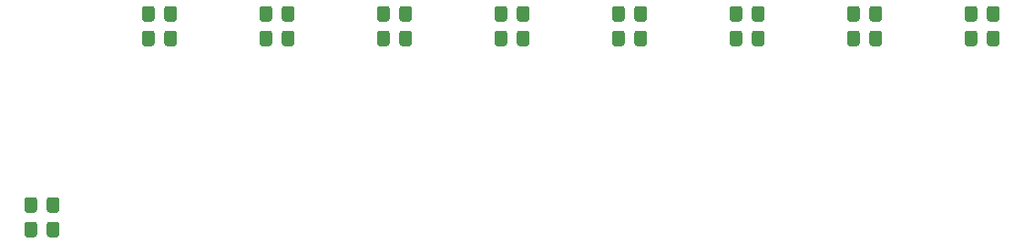
<source format=gbp>
G04 #@! TF.GenerationSoftware,KiCad,Pcbnew,(5.1.9-0-10_14)*
G04 #@! TF.CreationDate,2021-06-10T12:38:53+02:00*
G04 #@! TF.ProjectId,video_memory,76696465-6f5f-46d6-956d-6f72792e6b69,rev?*
G04 #@! TF.SameCoordinates,Original*
G04 #@! TF.FileFunction,Paste,Bot*
G04 #@! TF.FilePolarity,Positive*
%FSLAX46Y46*%
G04 Gerber Fmt 4.6, Leading zero omitted, Abs format (unit mm)*
G04 Created by KiCad (PCBNEW (5.1.9-0-10_14)) date 2021-06-10 12:38:53*
%MOMM*%
%LPD*%
G01*
G04 APERTURE LIST*
G04 APERTURE END LIST*
G36*
G01*
X168968000Y-87663000D02*
X168968000Y-88613000D01*
G75*
G02*
X168718000Y-88863000I-250000J0D01*
G01*
X168043000Y-88863000D01*
G75*
G02*
X167793000Y-88613000I0J250000D01*
G01*
X167793000Y-87663000D01*
G75*
G02*
X168043000Y-87413000I250000J0D01*
G01*
X168718000Y-87413000D01*
G75*
G02*
X168968000Y-87663000I0J-250000D01*
G01*
G37*
G36*
G01*
X171043000Y-87663000D02*
X171043000Y-88613000D01*
G75*
G02*
X170793000Y-88863000I-250000J0D01*
G01*
X170118000Y-88863000D01*
G75*
G02*
X169868000Y-88613000I0J250000D01*
G01*
X169868000Y-87663000D01*
G75*
G02*
X170118000Y-87413000I250000J0D01*
G01*
X170793000Y-87413000D01*
G75*
G02*
X171043000Y-87663000I0J-250000D01*
G01*
G37*
G36*
G01*
X158046000Y-87663000D02*
X158046000Y-88613000D01*
G75*
G02*
X157796000Y-88863000I-250000J0D01*
G01*
X157121000Y-88863000D01*
G75*
G02*
X156871000Y-88613000I0J250000D01*
G01*
X156871000Y-87663000D01*
G75*
G02*
X157121000Y-87413000I250000J0D01*
G01*
X157796000Y-87413000D01*
G75*
G02*
X158046000Y-87663000I0J-250000D01*
G01*
G37*
G36*
G01*
X160121000Y-87663000D02*
X160121000Y-88613000D01*
G75*
G02*
X159871000Y-88863000I-250000J0D01*
G01*
X159196000Y-88863000D01*
G75*
G02*
X158946000Y-88613000I0J250000D01*
G01*
X158946000Y-87663000D01*
G75*
G02*
X159196000Y-87413000I250000J0D01*
G01*
X159871000Y-87413000D01*
G75*
G02*
X160121000Y-87663000I0J-250000D01*
G01*
G37*
G36*
G01*
X147124000Y-87663000D02*
X147124000Y-88613000D01*
G75*
G02*
X146874000Y-88863000I-250000J0D01*
G01*
X146199000Y-88863000D01*
G75*
G02*
X145949000Y-88613000I0J250000D01*
G01*
X145949000Y-87663000D01*
G75*
G02*
X146199000Y-87413000I250000J0D01*
G01*
X146874000Y-87413000D01*
G75*
G02*
X147124000Y-87663000I0J-250000D01*
G01*
G37*
G36*
G01*
X149199000Y-87663000D02*
X149199000Y-88613000D01*
G75*
G02*
X148949000Y-88863000I-250000J0D01*
G01*
X148274000Y-88863000D01*
G75*
G02*
X148024000Y-88613000I0J250000D01*
G01*
X148024000Y-87663000D01*
G75*
G02*
X148274000Y-87413000I250000J0D01*
G01*
X148949000Y-87413000D01*
G75*
G02*
X149199000Y-87663000I0J-250000D01*
G01*
G37*
G36*
G01*
X136202000Y-87663000D02*
X136202000Y-88613000D01*
G75*
G02*
X135952000Y-88863000I-250000J0D01*
G01*
X135277000Y-88863000D01*
G75*
G02*
X135027000Y-88613000I0J250000D01*
G01*
X135027000Y-87663000D01*
G75*
G02*
X135277000Y-87413000I250000J0D01*
G01*
X135952000Y-87413000D01*
G75*
G02*
X136202000Y-87663000I0J-250000D01*
G01*
G37*
G36*
G01*
X138277000Y-87663000D02*
X138277000Y-88613000D01*
G75*
G02*
X138027000Y-88863000I-250000J0D01*
G01*
X137352000Y-88863000D01*
G75*
G02*
X137102000Y-88613000I0J250000D01*
G01*
X137102000Y-87663000D01*
G75*
G02*
X137352000Y-87413000I250000J0D01*
G01*
X138027000Y-87413000D01*
G75*
G02*
X138277000Y-87663000I0J-250000D01*
G01*
G37*
G36*
G01*
X125280000Y-87663000D02*
X125280000Y-88613000D01*
G75*
G02*
X125030000Y-88863000I-250000J0D01*
G01*
X124355000Y-88863000D01*
G75*
G02*
X124105000Y-88613000I0J250000D01*
G01*
X124105000Y-87663000D01*
G75*
G02*
X124355000Y-87413000I250000J0D01*
G01*
X125030000Y-87413000D01*
G75*
G02*
X125280000Y-87663000I0J-250000D01*
G01*
G37*
G36*
G01*
X127355000Y-87663000D02*
X127355000Y-88613000D01*
G75*
G02*
X127105000Y-88863000I-250000J0D01*
G01*
X126430000Y-88863000D01*
G75*
G02*
X126180000Y-88613000I0J250000D01*
G01*
X126180000Y-87663000D01*
G75*
G02*
X126430000Y-87413000I250000J0D01*
G01*
X127105000Y-87413000D01*
G75*
G02*
X127355000Y-87663000I0J-250000D01*
G01*
G37*
G36*
G01*
X114358000Y-87663000D02*
X114358000Y-88613000D01*
G75*
G02*
X114108000Y-88863000I-250000J0D01*
G01*
X113433000Y-88863000D01*
G75*
G02*
X113183000Y-88613000I0J250000D01*
G01*
X113183000Y-87663000D01*
G75*
G02*
X113433000Y-87413000I250000J0D01*
G01*
X114108000Y-87413000D01*
G75*
G02*
X114358000Y-87663000I0J-250000D01*
G01*
G37*
G36*
G01*
X116433000Y-87663000D02*
X116433000Y-88613000D01*
G75*
G02*
X116183000Y-88863000I-250000J0D01*
G01*
X115508000Y-88863000D01*
G75*
G02*
X115258000Y-88613000I0J250000D01*
G01*
X115258000Y-87663000D01*
G75*
G02*
X115508000Y-87413000I250000J0D01*
G01*
X116183000Y-87413000D01*
G75*
G02*
X116433000Y-87663000I0J-250000D01*
G01*
G37*
G36*
G01*
X103436000Y-87663000D02*
X103436000Y-88613000D01*
G75*
G02*
X103186000Y-88863000I-250000J0D01*
G01*
X102511000Y-88863000D01*
G75*
G02*
X102261000Y-88613000I0J250000D01*
G01*
X102261000Y-87663000D01*
G75*
G02*
X102511000Y-87413000I250000J0D01*
G01*
X103186000Y-87413000D01*
G75*
G02*
X103436000Y-87663000I0J-250000D01*
G01*
G37*
G36*
G01*
X105511000Y-87663000D02*
X105511000Y-88613000D01*
G75*
G02*
X105261000Y-88863000I-250000J0D01*
G01*
X104586000Y-88863000D01*
G75*
G02*
X104336000Y-88613000I0J250000D01*
G01*
X104336000Y-87663000D01*
G75*
G02*
X104586000Y-87413000I250000J0D01*
G01*
X105261000Y-87413000D01*
G75*
G02*
X105511000Y-87663000I0J-250000D01*
G01*
G37*
G36*
G01*
X92514000Y-87663000D02*
X92514000Y-88613000D01*
G75*
G02*
X92264000Y-88863000I-250000J0D01*
G01*
X91589000Y-88863000D01*
G75*
G02*
X91339000Y-88613000I0J250000D01*
G01*
X91339000Y-87663000D01*
G75*
G02*
X91589000Y-87413000I250000J0D01*
G01*
X92264000Y-87413000D01*
G75*
G02*
X92514000Y-87663000I0J-250000D01*
G01*
G37*
G36*
G01*
X94589000Y-87663000D02*
X94589000Y-88613000D01*
G75*
G02*
X94339000Y-88863000I-250000J0D01*
G01*
X93664000Y-88863000D01*
G75*
G02*
X93414000Y-88613000I0J250000D01*
G01*
X93414000Y-87663000D01*
G75*
G02*
X93664000Y-87413000I250000J0D01*
G01*
X94339000Y-87413000D01*
G75*
G02*
X94589000Y-87663000I0J-250000D01*
G01*
G37*
G36*
G01*
X81592000Y-105443000D02*
X81592000Y-106393000D01*
G75*
G02*
X81342000Y-106643000I-250000J0D01*
G01*
X80667000Y-106643000D01*
G75*
G02*
X80417000Y-106393000I0J250000D01*
G01*
X80417000Y-105443000D01*
G75*
G02*
X80667000Y-105193000I250000J0D01*
G01*
X81342000Y-105193000D01*
G75*
G02*
X81592000Y-105443000I0J-250000D01*
G01*
G37*
G36*
G01*
X83667000Y-105443000D02*
X83667000Y-106393000D01*
G75*
G02*
X83417000Y-106643000I-250000J0D01*
G01*
X82742000Y-106643000D01*
G75*
G02*
X82492000Y-106393000I0J250000D01*
G01*
X82492000Y-105443000D01*
G75*
G02*
X82742000Y-105193000I250000J0D01*
G01*
X83417000Y-105193000D01*
G75*
G02*
X83667000Y-105443000I0J-250000D01*
G01*
G37*
G36*
G01*
X168968000Y-85377000D02*
X168968000Y-86327000D01*
G75*
G02*
X168718000Y-86577000I-250000J0D01*
G01*
X168043000Y-86577000D01*
G75*
G02*
X167793000Y-86327000I0J250000D01*
G01*
X167793000Y-85377000D01*
G75*
G02*
X168043000Y-85127000I250000J0D01*
G01*
X168718000Y-85127000D01*
G75*
G02*
X168968000Y-85377000I0J-250000D01*
G01*
G37*
G36*
G01*
X171043000Y-85377000D02*
X171043000Y-86327000D01*
G75*
G02*
X170793000Y-86577000I-250000J0D01*
G01*
X170118000Y-86577000D01*
G75*
G02*
X169868000Y-86327000I0J250000D01*
G01*
X169868000Y-85377000D01*
G75*
G02*
X170118000Y-85127000I250000J0D01*
G01*
X170793000Y-85127000D01*
G75*
G02*
X171043000Y-85377000I0J-250000D01*
G01*
G37*
G36*
G01*
X158046000Y-85377000D02*
X158046000Y-86327000D01*
G75*
G02*
X157796000Y-86577000I-250000J0D01*
G01*
X157121000Y-86577000D01*
G75*
G02*
X156871000Y-86327000I0J250000D01*
G01*
X156871000Y-85377000D01*
G75*
G02*
X157121000Y-85127000I250000J0D01*
G01*
X157796000Y-85127000D01*
G75*
G02*
X158046000Y-85377000I0J-250000D01*
G01*
G37*
G36*
G01*
X160121000Y-85377000D02*
X160121000Y-86327000D01*
G75*
G02*
X159871000Y-86577000I-250000J0D01*
G01*
X159196000Y-86577000D01*
G75*
G02*
X158946000Y-86327000I0J250000D01*
G01*
X158946000Y-85377000D01*
G75*
G02*
X159196000Y-85127000I250000J0D01*
G01*
X159871000Y-85127000D01*
G75*
G02*
X160121000Y-85377000I0J-250000D01*
G01*
G37*
G36*
G01*
X147124000Y-85377000D02*
X147124000Y-86327000D01*
G75*
G02*
X146874000Y-86577000I-250000J0D01*
G01*
X146199000Y-86577000D01*
G75*
G02*
X145949000Y-86327000I0J250000D01*
G01*
X145949000Y-85377000D01*
G75*
G02*
X146199000Y-85127000I250000J0D01*
G01*
X146874000Y-85127000D01*
G75*
G02*
X147124000Y-85377000I0J-250000D01*
G01*
G37*
G36*
G01*
X149199000Y-85377000D02*
X149199000Y-86327000D01*
G75*
G02*
X148949000Y-86577000I-250000J0D01*
G01*
X148274000Y-86577000D01*
G75*
G02*
X148024000Y-86327000I0J250000D01*
G01*
X148024000Y-85377000D01*
G75*
G02*
X148274000Y-85127000I250000J0D01*
G01*
X148949000Y-85127000D01*
G75*
G02*
X149199000Y-85377000I0J-250000D01*
G01*
G37*
G36*
G01*
X136202000Y-85377000D02*
X136202000Y-86327000D01*
G75*
G02*
X135952000Y-86577000I-250000J0D01*
G01*
X135277000Y-86577000D01*
G75*
G02*
X135027000Y-86327000I0J250000D01*
G01*
X135027000Y-85377000D01*
G75*
G02*
X135277000Y-85127000I250000J0D01*
G01*
X135952000Y-85127000D01*
G75*
G02*
X136202000Y-85377000I0J-250000D01*
G01*
G37*
G36*
G01*
X138277000Y-85377000D02*
X138277000Y-86327000D01*
G75*
G02*
X138027000Y-86577000I-250000J0D01*
G01*
X137352000Y-86577000D01*
G75*
G02*
X137102000Y-86327000I0J250000D01*
G01*
X137102000Y-85377000D01*
G75*
G02*
X137352000Y-85127000I250000J0D01*
G01*
X138027000Y-85127000D01*
G75*
G02*
X138277000Y-85377000I0J-250000D01*
G01*
G37*
G36*
G01*
X125280000Y-85377000D02*
X125280000Y-86327000D01*
G75*
G02*
X125030000Y-86577000I-250000J0D01*
G01*
X124355000Y-86577000D01*
G75*
G02*
X124105000Y-86327000I0J250000D01*
G01*
X124105000Y-85377000D01*
G75*
G02*
X124355000Y-85127000I250000J0D01*
G01*
X125030000Y-85127000D01*
G75*
G02*
X125280000Y-85377000I0J-250000D01*
G01*
G37*
G36*
G01*
X127355000Y-85377000D02*
X127355000Y-86327000D01*
G75*
G02*
X127105000Y-86577000I-250000J0D01*
G01*
X126430000Y-86577000D01*
G75*
G02*
X126180000Y-86327000I0J250000D01*
G01*
X126180000Y-85377000D01*
G75*
G02*
X126430000Y-85127000I250000J0D01*
G01*
X127105000Y-85127000D01*
G75*
G02*
X127355000Y-85377000I0J-250000D01*
G01*
G37*
G36*
G01*
X114358000Y-85377000D02*
X114358000Y-86327000D01*
G75*
G02*
X114108000Y-86577000I-250000J0D01*
G01*
X113433000Y-86577000D01*
G75*
G02*
X113183000Y-86327000I0J250000D01*
G01*
X113183000Y-85377000D01*
G75*
G02*
X113433000Y-85127000I250000J0D01*
G01*
X114108000Y-85127000D01*
G75*
G02*
X114358000Y-85377000I0J-250000D01*
G01*
G37*
G36*
G01*
X116433000Y-85377000D02*
X116433000Y-86327000D01*
G75*
G02*
X116183000Y-86577000I-250000J0D01*
G01*
X115508000Y-86577000D01*
G75*
G02*
X115258000Y-86327000I0J250000D01*
G01*
X115258000Y-85377000D01*
G75*
G02*
X115508000Y-85127000I250000J0D01*
G01*
X116183000Y-85127000D01*
G75*
G02*
X116433000Y-85377000I0J-250000D01*
G01*
G37*
G36*
G01*
X103436000Y-85377000D02*
X103436000Y-86327000D01*
G75*
G02*
X103186000Y-86577000I-250000J0D01*
G01*
X102511000Y-86577000D01*
G75*
G02*
X102261000Y-86327000I0J250000D01*
G01*
X102261000Y-85377000D01*
G75*
G02*
X102511000Y-85127000I250000J0D01*
G01*
X103186000Y-85127000D01*
G75*
G02*
X103436000Y-85377000I0J-250000D01*
G01*
G37*
G36*
G01*
X105511000Y-85377000D02*
X105511000Y-86327000D01*
G75*
G02*
X105261000Y-86577000I-250000J0D01*
G01*
X104586000Y-86577000D01*
G75*
G02*
X104336000Y-86327000I0J250000D01*
G01*
X104336000Y-85377000D01*
G75*
G02*
X104586000Y-85127000I250000J0D01*
G01*
X105261000Y-85127000D01*
G75*
G02*
X105511000Y-85377000I0J-250000D01*
G01*
G37*
G36*
G01*
X92514000Y-85377000D02*
X92514000Y-86327000D01*
G75*
G02*
X92264000Y-86577000I-250000J0D01*
G01*
X91589000Y-86577000D01*
G75*
G02*
X91339000Y-86327000I0J250000D01*
G01*
X91339000Y-85377000D01*
G75*
G02*
X91589000Y-85127000I250000J0D01*
G01*
X92264000Y-85127000D01*
G75*
G02*
X92514000Y-85377000I0J-250000D01*
G01*
G37*
G36*
G01*
X94589000Y-85377000D02*
X94589000Y-86327000D01*
G75*
G02*
X94339000Y-86577000I-250000J0D01*
G01*
X93664000Y-86577000D01*
G75*
G02*
X93414000Y-86327000I0J250000D01*
G01*
X93414000Y-85377000D01*
G75*
G02*
X93664000Y-85127000I250000J0D01*
G01*
X94339000Y-85127000D01*
G75*
G02*
X94589000Y-85377000I0J-250000D01*
G01*
G37*
G36*
G01*
X81592000Y-103157000D02*
X81592000Y-104107000D01*
G75*
G02*
X81342000Y-104357000I-250000J0D01*
G01*
X80667000Y-104357000D01*
G75*
G02*
X80417000Y-104107000I0J250000D01*
G01*
X80417000Y-103157000D01*
G75*
G02*
X80667000Y-102907000I250000J0D01*
G01*
X81342000Y-102907000D01*
G75*
G02*
X81592000Y-103157000I0J-250000D01*
G01*
G37*
G36*
G01*
X83667000Y-103157000D02*
X83667000Y-104107000D01*
G75*
G02*
X83417000Y-104357000I-250000J0D01*
G01*
X82742000Y-104357000D01*
G75*
G02*
X82492000Y-104107000I0J250000D01*
G01*
X82492000Y-103157000D01*
G75*
G02*
X82742000Y-102907000I250000J0D01*
G01*
X83417000Y-102907000D01*
G75*
G02*
X83667000Y-103157000I0J-250000D01*
G01*
G37*
M02*

</source>
